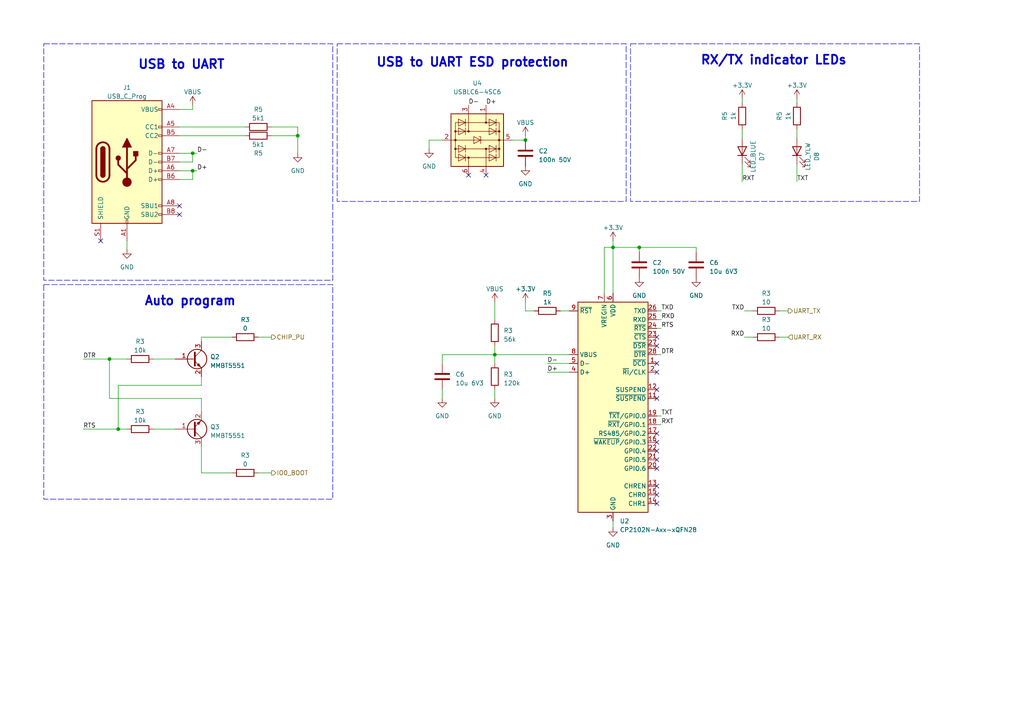
<source format=kicad_sch>
(kicad_sch (version 20230121) (generator eeschema)
  (paper "A4")
  (title_block (title "Dynamic propeller balancer") (date "2023-02-27") (rev "1") (company "V2"))
  (lib_symbols
    (symbol "Connector:USB_C_Receptacle_USB2.0" (pin_names (offset 1.016))
      (property "Reference" "J" (at -10.16 19.05 0))
      (property "Value" "USB_C_Receptacle_USB2.0" (at 19.05 19.05 0))
      (symbol "USB_C_Receptacle_USB2.0_0_0"
        (rectangle (start -0.254 -17.78) (end 0.254 -16.764))
        (rectangle (start 10.16 -14.986) (end 9.144 -15.494))
        (rectangle (start 10.16 -12.446) (end 9.144 -12.954))
        (rectangle (start 10.16 -4.826) (end 9.144 -5.334))
        (rectangle (start 10.16 -2.286) (end 9.144 -2.794))
        (rectangle (start 10.16 0.254) (end 9.144 -0.254))
        (rectangle (start 10.16 2.794) (end 9.144 2.286))
        (rectangle (start 10.16 7.874) (end 9.144 7.366))
        (rectangle (start 10.16 10.414) (end 9.144 9.906))
        (rectangle (start 10.16 15.494) (end 9.144 14.986))
      )
      (symbol "USB_C_Receptacle_USB2.0_0_1"
        (rectangle (start -10.16 17.78) (end 10.16 -17.78) (stroke (width 0.254)) (fill (type background)))
        (arc (start -8.89 -3.81) (mid -6.985 -5.7067) (end -5.08 -3.81) (stroke (width 0.508)))
        (arc (start -7.62 -3.81) (mid -6.985 -4.4423) (end -6.35 -3.81) (stroke (width 0.254)))
        (arc (start -7.62 -3.81) (mid -6.985 -4.4423) (end -6.35 -3.81) (stroke (width 0.254)) (fill (type outline)))
        (rectangle (start -7.62 -3.81) (end -6.35 3.81) (stroke (width 0.254)) (fill (type outline)))
        (arc (start -6.35 3.81) (mid -6.985 4.4423) (end -7.62 3.81) (stroke (width 0.254)))
        (arc (start -6.35 3.81) (mid -6.985 4.4423) (end -7.62 3.81) (stroke (width 0.254)) (fill (type outline)))
        (arc (start -5.08 3.81) (mid -6.985 5.7067) (end -8.89 3.81) (stroke (width 0.508)))
        (circle (center -2.54 1.143) (radius 0.635) (stroke (width 0.254)) (fill (type outline)))
        (circle (center 0 -5.842) (radius 1.27) (fill (type outline)))
        (polyline (pts (xy -8.89 -3.81) (xy -8.89 3.81)) (stroke (width 0.508)))
        (polyline (pts (xy -5.08 3.81) (xy -5.08 -3.81)) (stroke (width 0.508)))
        (polyline (pts (xy 0 -5.842) (xy 0 4.318)) (stroke (width 0.508)))
        (polyline (pts (xy 0 -3.302) (xy -2.54 -0.762) (xy -2.54 0.508)) (stroke (width 0.508)))
        (polyline (pts (xy 0 -2.032) (xy 2.54 0.508) (xy 2.54 1.778)) (stroke (width 0.508)))
        (polyline (pts (xy -1.27 4.318) (xy 0 6.858) (xy 1.27 4.318) (xy -1.27 4.318)) (stroke (width 0.254)) (fill (type outline)))
        (rectangle (start 1.905 1.778) (end 3.175 3.048) (stroke (width 0.254)) (fill (type outline)))
      )
      (symbol "USB_C_Receptacle_USB2.0_1_1"
        (pin passive line (at 0 -22.86 90) (length 5.08) (name "GND") (number "A1"))
        (pin passive line (at 0 -22.86 90) (length 5.08) hide (name "GND") (number "A12"))
        (pin passive line (at 15.24 15.24 180) (length 5.08) (name "VBUS") (number "A4"))
        (pin bidirectional line (at 15.24 10.16 180) (length 5.08) (name "CC1") (number "A5"))
        (pin bidirectional line (at 15.24 -2.54 180) (length 5.08) (name "D+") (number "A6"))
        (pin bidirectional line (at 15.24 2.54 180) (length 5.08) (name "D-") (number "A7"))
        (pin bidirectional line (at 15.24 -12.7 180) (length 5.08) (name "SBU1") (number "A8"))
        (pin passive line (at 15.24 15.24 180) (length 5.08) hide (name "VBUS") (number "A9"))
        (pin passive line (at 0 -22.86 90) (length 5.08) hide (name "GND") (number "B1"))
        (pin passive line (at 0 -22.86 90) (length 5.08) hide (name "GND") (number "B12"))
        (pin passive line (at 15.24 15.24 180) (length 5.08) hide (name "VBUS") (number "B4"))
        (pin bidirectional line (at 15.24 7.62 180) (length 5.08) (name "CC2") (number "B5"))
        (pin bidirectional line (at 15.24 -5.08 180) (length 5.08) (name "D+") (number "B6"))
        (pin bidirectional line (at 15.24 0 180) (length 5.08) (name "D-") (number "B7"))
        (pin bidirectional line (at 15.24 -15.24 180) (length 5.08) (name "SBU2") (number "B8"))
        (pin passive line (at 15.24 15.24 180) (length 5.08) hide (name "VBUS") (number "B9"))
        (pin passive line (at -7.62 -22.86 90) (length 5.08) (name "SHIELD") (number "S1"))
      )
    )
    (symbol "Device:C" (pin_numbers hide) (pin_names (offset 0.254))
      (property "Reference" "C" (at 0.635 2.54 0))
      (property "Value" "C" (at 0.635 -2.54 0))
      (symbol "C_0_1"
        (polyline (pts (xy -2.032 -0.762) (xy 2.032 -0.762)) (stroke (width 0.508)))
        (polyline (pts (xy -2.032 0.762) (xy 2.032 0.762)) (stroke (width 0.508)))
      )
      (symbol "C_1_1"
        (pin passive line (at 0 3.81 270) (length 2.794) (name "~") (number "1"))
        (pin passive line (at 0 -3.81 90) (length 2.794) (name "~") (number "2"))
      )
    )
    (symbol "Device:LED" (pin_numbers hide) (pin_names (offset 1.016) hide)
      (property "Reference" "D" (at 0 2.54 0))
      (property "Value" "LED" (at 0 -2.54 0))
      (symbol "LED_0_1"
        (polyline (pts (xy -1.27 -1.27) (xy -1.27 1.27)) (stroke (width 0.254)))
        (polyline (pts (xy -1.27 0) (xy 1.27 0)))
        (polyline (pts (xy 1.27 -1.27) (xy 1.27 1.27) (xy -1.27 0) (xy 1.27 -1.27)) (stroke (width 0.254)))
        (polyline (pts (xy -3.048 -0.762) (xy -4.572 -2.286) (xy -3.81 -2.286) (xy -4.572 -2.286) (xy -4.572 -1.524)))
        (polyline (pts (xy -1.778 -0.762) (xy -3.302 -2.286) (xy -2.54 -2.286) (xy -3.302 -2.286) (xy -3.302 -1.524)))
      )
      (symbol "LED_1_1"
        (pin passive line (at -3.81 0 0) (length 2.54) (name "K") (number "1"))
        (pin passive line (at 3.81 0 180) (length 2.54) (name "A") (number "2"))
      )
    )
    (symbol "Device:R" (pin_numbers hide) (pin_names (offset 0))
      (property "Reference" "R" (at 2.032 0 90))
      (property "Value" "R" (at 0 0 90))
      (symbol "R_0_1"
        (rectangle (start -1.016 -2.54) (end 1.016 2.54) (stroke (width 0.254)))
      )
      (symbol "R_1_1"
        (pin passive line (at 0 3.81 270) (length 1.27) (name "~") (number "1"))
        (pin passive line (at 0 -3.81 90) (length 1.27) (name "~") (number "2"))
      )
    )
    (symbol "Interface_USB:CP2102N-Axx-xQFN28"
      (property "Reference" "U" (at -8.89 31.75 0))
      (property "Value" "CP2102N-Axx-xQFN28" (at 12.7 31.75 0))
      (symbol "CP2102N-Axx-xQFN28_0_1"
        (rectangle (start -10.16 30.48) (end 10.16 -30.48) (stroke (width 0.254)) (fill (type background)))
      )
      (symbol "CP2102N-Axx-xQFN28_1_1"
        (pin input line (at 12.7 12.7 180) (length 2.54) (name "~{DCD}") (number "1"))
        (pin no_connect line (at -10.16 -27.94 0) (length 2.54) hide (name "NC") (number "10"))
        (pin output line (at 12.7 2.54 180) (length 2.54) (name "~{SUSPEND}") (number "11"))
        (pin output line (at 12.7 5.08 180) (length 2.54) (name "SUSPEND") (number "12"))
        (pin output line (at 12.7 -22.86 180) (length 2.54) (name "CHREN") (number "13"))
        (pin output line (at 12.7 -27.94 180) (length 2.54) (name "CHR1") (number "14"))
        (pin output line (at 12.7 -25.4 180) (length 2.54) (name "CHR0") (number "15"))
        (pin bidirectional line (at 12.7 -10.16 180) (length 2.54) (name "~{WAKEUP}/GPIO.3") (number "16"))
        (pin bidirectional line (at 12.7 -7.62 180) (length 2.54) (name "RS485/GPIO.2") (number "17"))
        (pin bidirectional line (at 12.7 -5.08 180) (length 2.54) (name "~{RXT}/GPIO.1") (number "18"))
        (pin bidirectional line (at 12.7 -2.54 180) (length 2.54) (name "~{TXT}/GPIO.0") (number "19"))
        (pin bidirectional line (at 12.7 10.16 180) (length 2.54) (name "~{RI}/CLK") (number "2"))
        (pin bidirectional line (at 12.7 -17.78 180) (length 2.54) (name "GPIO.6") (number "20"))
        (pin bidirectional line (at 12.7 -15.24 180) (length 2.54) (name "GPIO.5") (number "21"))
        (pin bidirectional line (at 12.7 -12.7 180) (length 2.54) (name "GPIO.4") (number "22"))
        (pin input line (at 12.7 20.32 180) (length 2.54) (name "~{CTS}") (number "23"))
        (pin output line (at 12.7 22.86 180) (length 2.54) (name "~{RTS}") (number "24"))
        (pin input line (at 12.7 25.4 180) (length 2.54) (name "RXD") (number "25"))
        (pin output line (at 12.7 27.94 180) (length 2.54) (name "TXD") (number "26"))
        (pin input line (at 12.7 17.78 180) (length 2.54) (name "~{DSR}") (number "27"))
        (pin output line (at 12.7 15.24 180) (length 2.54) (name "~{DTR}") (number "28"))
        (pin passive line (at 0 -33.02 90) (length 2.54) hide (name "GND") (number "29"))
        (pin power_in line (at 0 -33.02 90) (length 2.54) (name "GND") (number "3"))
        (pin bidirectional line (at -12.7 10.16 0) (length 2.54) (name "D+") (number "4"))
        (pin bidirectional line (at -12.7 12.7 0) (length 2.54) (name "D-") (number "5"))
        (pin power_in line (at 0 33.02 270) (length 2.54) (name "VDD") (number "6"))
        (pin power_in line (at -2.54 33.02 270) (length 2.54) (name "VREGIN") (number "7"))
        (pin input line (at -12.7 15.24 0) (length 2.54) (name "VBUS") (number "8"))
        (pin input line (at -12.7 27.94 0) (length 2.54) (name "~{RST}") (number "9"))
      )
    )
    (symbol "Power_Protection:USBLC6-4SC6" (pin_names hide)
      (property "Reference" "U" (at 2.54 8.89 0))
      (property "Value" "USBLC6-4SC6" (at 2.54 -8.89 0))
      (symbol "USBLC6-4SC6_0_1"
        (rectangle (start -7.62 -7.62) (end 7.62 7.62) (stroke (width 0.254)) (fill (type background)))
        (circle (center -5.08 2.54) (radius 0.254) (fill (type outline)))
        (circle (center -2.54 -6.35) (radius 0.254) (fill (type outline)))
        (circle (center -2.54 -2.54) (radius 0.254) (fill (type outline)))
        (circle (center -2.54 6.35) (radius 0.254) (fill (type outline)))
        (rectangle (start -2.54 6.35) (end 2.54 -6.35))
        (circle (center 0 -6.35) (radius 0.254) (fill (type outline)))
        (polyline (pts (xy -5.08 2.54) (xy -7.62 2.54)))
        (polyline (pts (xy -4.064 -3.429) (xy -6.096 -3.429)))
        (polyline (pts (xy -4.064 5.461) (xy -6.096 5.461)))
        (polyline (pts (xy -2.54 -2.54) (xy -7.62 -2.54)))
        (polyline (pts (xy -1.524 -3.429) (xy -3.556 -3.429)))
        (polyline (pts (xy -1.524 5.461) (xy -3.556 5.461)))
        (polyline (pts (xy 0 -7.62) (xy 0 -6.35)))
        (polyline (pts (xy 0 -6.35) (xy 0 1.27)))
        (polyline (pts (xy 0 1.27) (xy 0 6.35)))
        (polyline (pts (xy 0 6.35) (xy 0 7.62)))
        (polyline (pts (xy 1.524 -3.429) (xy 3.556 -3.429)))
        (polyline (pts (xy 1.524 5.461) (xy 3.556 5.461)))
        (polyline (pts (xy 2.54 2.54) (xy 7.62 2.54)))
        (polyline (pts (xy 4.064 -3.429) (xy 6.096 -3.429)))
        (polyline (pts (xy 4.064 5.461) (xy 6.096 5.461)))
        (polyline (pts (xy 5.08 -2.54) (xy 7.62 -2.54)))
        (polyline (pts (xy -6.096 -5.461) (xy -4.064 -5.461) (xy -5.08 -3.429) (xy -6.096 -5.461)))
        (polyline (pts (xy -6.096 3.429) (xy -4.064 3.429) (xy -5.08 5.461) (xy -6.096 3.429)))
        (polyline (pts (xy -3.556 -5.461) (xy -1.524 -5.461) (xy -2.54 -3.429) (xy -3.556 -5.461)))
        (polyline (pts (xy -3.556 3.429) (xy -1.524 3.429) (xy -2.54 5.461) (xy -3.556 3.429)))
        (polyline (pts (xy -2.54 6.35) (xy -5.08 6.35) (xy -5.08 -6.35) (xy -2.54 -6.35)))
        (polyline (pts (xy -1.016 -1.016) (xy 1.016 -1.016) (xy 0 1.016) (xy -1.016 -1.016)))
        (polyline (pts (xy 1.016 1.016) (xy 0.762 1.016) (xy -1.016 1.016) (xy -1.016 0.508)))
        (polyline (pts (xy 2.54 6.35) (xy 5.08 6.35) (xy 5.08 -6.35) (xy 2.54 -6.35)))
        (polyline (pts (xy 3.556 -5.461) (xy 1.524 -5.461) (xy 2.54 -3.429) (xy 3.556 -5.461)))
        (polyline (pts (xy 3.556 3.429) (xy 1.524 3.429) (xy 2.54 5.461) (xy 3.556 3.429)))
        (polyline (pts (xy 6.096 -5.461) (xy 4.064 -5.461) (xy 5.08 -3.429) (xy 6.096 -5.461)))
        (polyline (pts (xy 6.096 3.429) (xy 4.064 3.429) (xy 5.08 5.461) (xy 6.096 3.429)))
        (circle (center 0 6.35) (radius 0.254) (fill (type outline)))
        (circle (center 2.54 -6.35) (radius 0.254) (fill (type outline)))
        (circle (center 2.54 2.54) (radius 0.254) (fill (type outline)))
        (circle (center 2.54 6.35) (radius 0.254) (fill (type outline)))
        (circle (center 5.08 -2.54) (radius 0.254) (fill (type outline)))
      )
      (symbol "USBLC6-4SC6_1_1"
        (pin passive line (at -10.16 2.54 0) (length 2.54) (name "I/O1") (number "1"))
        (pin passive line (at 0 -10.16 90) (length 2.54) (name "GND") (number "2"))
        (pin passive line (at -10.16 -2.54 0) (length 2.54) (name "I/O2") (number "3"))
        (pin passive line (at 10.16 2.54 180) (length 2.54) (name "I/O3") (number "4"))
        (pin passive line (at 0 10.16 270) (length 2.54) (name "VBUS") (number "5"))
        (pin passive line (at 10.16 -2.54 180) (length 2.54) (name "I/O4") (number "6"))
      )
    )
    (symbol "Transistor_BJT:MMBTA42" (pin_names (offset 0) hide)
      (property "Reference" "Q" (at 5.08 1.905 0))
      (property "Value" "MMBTA42" (at 5.08 0 0))
      (symbol "MMBTA42_0_1"
        (polyline (pts (xy 0 0) (xy 0.635 0)))
        (polyline (pts (xy 0.635 0.635) (xy 2.54 2.54)))
        (polyline (pts (xy 0.635 -0.635) (xy 2.54 -2.54) (xy 2.54 -2.54)))
        (polyline (pts (xy 0.635 1.905) (xy 0.635 -1.905) (xy 0.635 -1.905)) (stroke (width 0.508)))
        (polyline (pts (xy 1.27 -1.778) (xy 1.778 -1.27) (xy 2.286 -2.286) (xy 1.27 -1.778) (xy 1.27 -1.778)) (fill (type outline)))
        (circle (center 1.27 0) (radius 2.8194) (stroke (width 0.254)))
      )
      (symbol "MMBTA42_1_1"
        (pin input line (at -5.08 0 0) (length 5.08) (name "B") (number "1"))
        (pin passive line (at 2.54 -5.08 90) (length 2.54) (name "E") (number "2"))
        (pin passive line (at 2.54 5.08 270) (length 2.54) (name "C") (number "3"))
      )
    )
    (symbol "power:+3.3V" (power) (pin_names (offset 0))
      (property "Value" "+3.3V" (at 0 3.556 0))
      (symbol "+3.3V_0_1"
        (polyline (pts (xy -0.762 1.27) (xy 0 2.54)))
        (polyline (pts (xy 0 0) (xy 0 2.54)))
        (polyline (pts (xy 0 2.54) (xy 0.762 1.27)))
      )
      (symbol "+3.3V_1_1"
        (pin power_in line (at 0 0 90) (length 0) hide (name "+3.3V") (number "1"))
      )
    )
    (symbol "power:GND" (power) (pin_names (offset 0))
      (property "Value" "GND" (at 0 -3.81 0))
      (symbol "GND_0_1"
        (polyline (pts (xy 0 0) (xy 0 -1.27) (xy 1.27 -1.27) (xy 0 -2.54) (xy -1.27 -1.27) (xy 0 -1.27)))
      )
      (symbol "GND_1_1"
        (pin power_in line (at 0 0 270) (length 0) hide (name "GND") (number "1"))
      )
    )
    (symbol "power:VBUS" (power) (pin_names (offset 0))
      (property "Value" "VBUS" (at 0 3.81 0))
      (symbol "VBUS_0_1"
        (polyline (pts (xy -0.762 1.27) (xy 0 2.54)))
        (polyline (pts (xy 0 0) (xy 0 2.54)))
        (polyline (pts (xy 0 2.54) (xy 0.762 1.27)))
      )
      (symbol "VBUS_1_1"
        (pin power_in line (at 0 0 90) (length 0) hide (name "VBUS") (number "1"))
      )
    )
  )
  (junction (at 34.29 124.46))
  (junction (at 143.51 102.87))
  (junction (at 55.88 49.53))
  (junction (at 86.36 39.37))
  (junction (at 177.8 71.755))
  (junction (at 31.75 104.14))
  (junction (at 185.42 71.755))
  (junction (at 55.88 44.45))
  (junction (at 152.4 40.64))
  (no_connect (at 52.07 62.23))
  (no_connect (at 190.5 135.89))
  (no_connect (at 135.89 50.8))
  (no_connect (at 190.5 115.57))
  (no_connect (at 190.5 130.81))
  (no_connect (at 190.5 140.97))
  (no_connect (at 190.5 133.35))
  (no_connect (at 190.5 128.27))
  (no_connect (at 190.5 146.05))
  (no_connect (at 190.5 100.33))
  (no_connect (at 190.5 113.03))
  (no_connect (at 52.07 59.69))
  (no_connect (at 190.5 105.41))
  (no_connect (at 140.97 50.8))
  (no_connect (at 190.5 97.79))
  (no_connect (at 190.5 125.73))
  (no_connect (at 190.5 107.95))
  (no_connect (at 190.5 143.51))
  (no_connect (at 29.21 69.85))
  (wire (pts (xy 124.46 40.64) (xy 128.27 40.64)))
  (wire (pts (xy 24.13 104.14) (xy 31.75 104.14)))
  (wire (pts (xy 177.8 71.755) (xy 177.8 85.09)))
  (wire (pts (xy 52.07 46.99) (xy 55.88 46.99)))
  (wire (pts (xy 67.31 97.79) (xy 58.42 97.79)))
  (wire (pts (xy 58.42 137.16) (xy 67.31 137.16)))
  (wire (pts (xy 201.93 73.025) (xy 201.93 71.755)))
  (wire (pts (xy 34.29 124.46) (xy 36.83 124.46)))
  (wire (pts (xy 191.77 120.65) (xy 190.5 120.65)))
  (wire (pts (xy 31.75 104.14) (xy 36.83 104.14)))
  (wire (pts (xy 175.26 71.755) (xy 177.8 71.755)))
  (wire (pts (xy 55.88 44.45) (xy 52.07 44.45)))
  (wire (pts (xy 58.42 109.22) (xy 58.42 111.76)))
  (wire (pts (xy 78.74 36.83) (xy 86.36 36.83)))
  (wire (pts (xy 55.88 30.48) (xy 55.88 31.75)))
  (wire (pts (xy 215.9 97.79) (xy 218.44 97.79)))
  (wire (pts (xy 58.42 97.79) (xy 58.42 99.06)))
  (wire (pts (xy 177.8 69.85) (xy 177.8 71.755)))
  (wire (pts (xy 231.14 28.575) (xy 231.14 29.845)))
  (wire (pts (xy 177.8 153.035) (xy 177.8 151.13)))
  (wire (pts (xy 52.07 52.07) (xy 55.88 52.07)))
  (wire (pts (xy 191.77 102.87) (xy 190.5 102.87)))
  (wire (pts (xy 71.12 36.83) (xy 52.07 36.83)))
  (wire (pts (xy 226.06 90.17) (xy 228.6 90.17)))
  (wire (pts (xy 36.83 72.39) (xy 36.83 69.85)))
  (wire (pts (xy 24.13 124.46) (xy 34.29 124.46)))
  (wire (pts (xy 231.14 52.705) (xy 231.14 47.625)))
  (wire (pts (xy 143.51 115.57) (xy 143.51 113.03)))
  (wire (pts (xy 215.265 28.575) (xy 215.265 29.845)))
  (wire (pts (xy 55.88 46.99) (xy 55.88 44.45)))
  (wire (pts (xy 128.27 115.57) (xy 128.27 113.03)))
  (wire (pts (xy 185.42 71.755) (xy 185.42 73.025)))
  (wire (pts (xy 215.265 52.705) (xy 215.265 47.625)))
  (wire (pts (xy 152.4 90.17) (xy 154.94 90.17)))
  (wire (pts (xy 226.06 97.79) (xy 228.6 97.79)))
  (wire (pts (xy 124.46 43.18) (xy 124.46 40.64)))
  (wire (pts (xy 86.36 36.83) (xy 86.36 39.37)))
  (wire (pts (xy 191.77 123.19) (xy 190.5 123.19)))
  (wire (pts (xy 162.56 90.17) (xy 165.1 90.17)))
  (wire (pts (xy 44.45 124.46) (xy 50.8 124.46)))
  (wire (pts (xy 31.75 115.57) (xy 31.75 104.14)))
  (wire (pts (xy 78.74 39.37) (xy 86.36 39.37)))
  (wire (pts (xy 78.74 137.16) (xy 74.93 137.16)))
  (wire (pts (xy 191.77 95.25) (xy 190.5 95.25)))
  (wire (pts (xy 44.45 104.14) (xy 50.8 104.14)))
  (wire (pts (xy 143.51 87.63) (xy 143.51 92.71)))
  (wire (pts (xy 158.75 105.41) (xy 165.1 105.41)))
  (wire (pts (xy 158.75 107.95) (xy 165.1 107.95)))
  (wire (pts (xy 86.36 39.37) (xy 86.36 44.45)))
  (wire (pts (xy 58.42 111.76) (xy 34.29 111.76)))
  (wire (pts (xy 152.4 39.37) (xy 152.4 40.64)))
  (wire (pts (xy 143.51 102.87) (xy 165.1 102.87)))
  (wire (pts (xy 185.42 71.755) (xy 177.8 71.755)))
  (wire (pts (xy 215.265 37.465) (xy 215.265 40.005)))
  (wire (pts (xy 57.15 49.53) (xy 55.88 49.53)))
  (wire (pts (xy 231.14 37.465) (xy 231.14 40.005)))
  (wire (pts (xy 148.59 40.64) (xy 152.4 40.64)))
  (wire (pts (xy 55.88 52.07) (xy 55.88 49.53)))
  (wire (pts (xy 128.27 102.87) (xy 143.51 102.87)))
  (wire (pts (xy 58.42 119.38) (xy 58.42 115.57)))
  (wire (pts (xy 58.42 115.57) (xy 31.75 115.57)))
  (wire (pts (xy 52.07 39.37) (xy 71.12 39.37)))
  (wire (pts (xy 58.42 129.54) (xy 58.42 137.16)))
  (wire (pts (xy 191.77 92.71) (xy 190.5 92.71)))
  (wire (pts (xy 128.27 105.41) (xy 128.27 102.87)))
  (wire (pts (xy 152.4 87.63) (xy 152.4 90.17)))
  (wire (pts (xy 143.51 105.41) (xy 143.51 102.87)))
  (wire (pts (xy 215.9 90.17) (xy 218.44 90.17)))
  (wire (pts (xy 191.77 90.17) (xy 190.5 90.17)))
  (wire (pts (xy 143.51 102.87) (xy 143.51 100.33)))
  (wire (pts (xy 57.15 44.45) (xy 55.88 44.45)))
  (wire (pts (xy 52.07 49.53) (xy 55.88 49.53)))
  (wire (pts (xy 34.29 111.76) (xy 34.29 124.46)))
  (wire (pts (xy 185.42 71.755) (xy 201.93 71.755)))
  (wire (pts (xy 55.88 31.75) (xy 52.07 31.75)))
  (wire (pts (xy 175.26 85.09) (xy 175.26 71.755)))
  (wire (pts (xy 78.74 97.79) (xy 74.93 97.79)))
  (rectangle (start 12.7 82.55) (end 96.52 144.78) (stroke (width 0) (type dash)))
  (rectangle (start 182.88 12.7) (end 266.7 58.42) (stroke (width 0) (type dash)))
  (rectangle (start 97.79 12.7) (end 181.61 58.42) (stroke (width 0) (type dash)))
  (rectangle (start 12.7 12.7) (end 96.52 81.28) (stroke (width 0) (type dash)))
  (text "Auto program" (at 68.58 88.9 0) (effects (font (size 2.5654 2.5654) (thickness 0.5131) bold) (justify right bottom)))
  (text "RX/TX indicator LEDs" (at 245.745 19.05 0) (effects (font (size 2.5654 2.5654) (thickness 0.5131) bold) (justify right bottom)))
  (text "USB to UART ESD protection" (at 165.1 19.685 0) (effects (font (size 2.5654 2.5654) (thickness 0.5131) bold) (justify right bottom)))
  (text "USB to UART " (at 67.31 20.32 0) (effects (font (size 2.5654 2.5654) (thickness 0.5131) bold) (justify right bottom)))
  (label "D+" (at 57.15 49.53 0))
  (label "RXD" (at 191.77 92.71 0))
  (label "TXT" (at 191.77 120.65 0))
  (label "RTS" (at 24.13 124.46 0))
  (label "D+" (at 140.97 30.48 0))
  (label "D+" (at 158.75 107.95 0))
  (label "D-" (at 57.15 44.45 0))
  (label "RXD" (at 215.9 97.79 180))
  (label "DTR" (at 191.77 102.87 0))
  (label "RXT" (at 191.77 123.19 0))
  (label "RXT" (at 215.265 52.705 0))
  (label "TXD" (at 215.9 90.17 180))
  (label "DTR" (at 24.13 104.14 0))
  (label "TXD" (at 191.77 90.17 0))
  (label "RTS" (at 191.77 95.25 0))
  (label "D-" (at 135.89 30.48 0))
  (label "D-" (at 158.75 105.41 0))
  (label "TXT" (at 231.14 52.705 0))
  (hierarchical_label "IO0_BOOT" (shape output) (at 78.74 137.16 0))
  (hierarchical_label "CHIP_PU" (shape output) (at 78.74 97.79 0))
  (hierarchical_label "UART_TX" (shape output) (at 228.6 90.17 0))
  (hierarchical_label "UART_RX" (shape input) (at 228.6 97.79 0))
  (symbol (lib_id "Device:C") (at 185.42 76.835 0) (unit 1)
    (property "Reference" "C2" (at 189.23 76.2 0) (effects (justify left)))
    (property "Value" "100n 50V" (at 189.23 78.74 0) (effects (justify left)))
    (property "Footprint" "Capacitor_SMD:C_01005_0402Metric" (effects hide))
    (property "LCSC" "C307331" (effects hide))
    (instances (project "DPB-PCB" (path "" (reference "C2") (unit 1)) (path "" (reference "C13") (unit 1)) (path "" (reference "C18") (unit 1))))
  )
  (symbol (lib_id "power:GND") (at 185.42 80.645 0) (unit 1)
    (property "Reference" "#PWR044" (effects hide))
    (property "Value" "GND" (at 185.42 85.725 0))
    (instances (project "DPB-PCB" (path "" (reference "#PWR044") (unit 1)) (path "" (reference "#PWR080") (unit 1))))
  )
  (symbol (lib_id "power:+3.3V") (at 231.14 28.575 0) (unit 1)
    (property "Reference" "#PWR013" (effects hide))
    (property "Value" "+3.3V" (at 231.14 24.765 0))
    (instances (project "DPB-PCB" (path "" (reference "#PWR013") (unit 1)) (path "" (reference "#PWR047") (unit 1)) (path "" (reference "#PWR083") (unit 1))))
  )
  (symbol (lib_id "Device:R") (at 215.265 33.655 180) (unit 1)
    (property "Reference" "R5" (at 210.185 33.655 90))
    (property "Value" "1k" (at 212.725 33.655 90))
    (property "Footprint" "Resistor_SMD:R_0402_1005Metric" (effects hide))
    (property "LCSC" "C11702" (effects hide))
    (instances (project "DPB-PCB" (path "" (reference "R5") (unit 1)) (path "" (reference "R30") (unit 1)) (path "" (reference "R34") (unit 1))))
  )
  (symbol (lib_id "power:VBUS") (at 55.88 30.48 0) (unit 1)
    (property "Reference" "#PWR033" (effects hide))
    (property "Value" "VBUS" (at 55.88 26.67 0))
    (instances (project "DPB-PCB" (path "" (reference "#PWR033") (unit 1)) (path "" (reference "#PWR073") (unit 1))))
  )
  (symbol (lib_id "Device:R") (at 143.51 96.52 0) (unit 1)
    (property "Reference" "R3" (at 146.05 95.885 0) (effects (justify left)))
    (property "Value" "56k" (at 146.05 98.425 0) (effects (justify left)))
    (property "Footprint" "Resistor_SMD:R_0402_1005Metric" (effects hide))
    (property "LCSC" "C25796" (effects hide))
    (instances (project "DPB-PCB" (path "" (reference "R3") (unit 1)) (path "" (reference "R27") (unit 1)) (path "" (reference "R31") (unit 1))))
  )
  (symbol (lib_id "Device:R") (at 222.25 97.79 90) (unit 1)
    (property "Reference" "R3" (at 222.25 92.71 90))
    (property "Value" "10" (at 222.25 95.25 90))
    (property "Footprint" "Resistor_SMD:R_0402_1005Metric" (effects hide))
    (property "LCSC" "C25077" (effects hide))
    (instances (project "DPB-PCB" (path "" (reference "R3") (unit 1)) (path "" (reference "R32") (unit 1)) (path "" (reference "R29") (unit 1))))
  )
  (symbol (lib_id "power:GND") (at 36.83 72.39 0) (unit 1)
    (property "Reference" "#PWR032" (effects hide))
    (property "Value" "GND" (at 36.83 77.47 0))
    (instances (project "DPB-PCB" (path "" (reference "#PWR032") (unit 1)) (path "" (reference "#PWR068") (unit 1))))
  )
  (symbol (lib_id "Transistor_BJT:MMBTA42") (at 55.88 104.14 0) (unit 1)
    (property "Reference" "Q2" (at 60.96 103.505 0) (effects (justify left)))
    (property "Value" "MMBT5551" (at 60.96 106.045 0) (effects (justify left)))
    (property "Footprint" "Package_TO_SOT_SMD:SOT-23" (effects hide))
    (property "Datasheet" "https://www.onsemi.com/pub/Collateral/MMBTA42LT1-D.PDF" (effects hide))
    (property "LCSC" "C2145" (effects hide))
    (instances (project "DPB-PCB" (path "" (reference "Q2") (unit 1)) (path "" (reference "Q1") (unit 1))))
  )
  (symbol (lib_id "power:GND") (at 128.27 115.57 0) (unit 1)
    (property "Reference" "#PWR036" (effects hide))
    (property "Value" "GND" (at 128.27 120.65 0))
    (instances (project "DPB-PCB" (path "" (reference "#PWR036") (unit 1)) (path "" (reference "#PWR072") (unit 1))))
  )
  (symbol (lib_id "Device:R") (at 222.25 90.17 90) (unit 1)
    (property "Reference" "R3" (at 222.25 85.09 90))
    (property "Value" "10" (at 222.25 87.63 90))
    (property "Footprint" "Resistor_SMD:R_0402_1005Metric" (effects hide))
    (property "LCSC" "C25077" (effects hide))
    (instances (project "DPB-PCB" (path "" (reference "R3") (unit 1)) (path "" (reference "R31") (unit 1)) (path "" (reference "R29") (unit 1))))
  )
  (symbol (lib_id "Power_Protection:USBLC6-4SC6") (at 138.43 40.64 270) (unit 1)
    (property "Reference" "U4" (at 138.43 24.13 90))
    (property "Value" "USBLC6-4SC6" (at 138.43 26.67 90))
    (property "Footprint" "Package_TO_SOT_SMD:SOT-23-6" (effects hide))
    (property "Datasheet" "https://www.st.com/resource/en/datasheet/usblc6-4.pdf" (effects hide))
    (property "LCSC" "C85364" (effects hide))
    (instances (project "DPB-PCB" (path "" (reference "U4") (unit 1)) (path "" (reference "U3") (unit 1))))
  )
  (symbol (lib_id "Device:R") (at 71.12 97.79 90) (unit 1)
    (property "Reference" "R3" (at 71.12 92.71 90))
    (property "Value" "0" (at 71.12 95.25 90))
    (property "Footprint" "Resistor_SMD:R_0402_1005Metric" (effects hide))
    (property "LCSC" "C17168" (effects hide))
    (instances (project "DPB-PCB" (path "" (reference "R3") (unit 1)) (path "" (reference "R23") (unit 1)) (path "" (reference "R29") (unit 1))))
  )
  (symbol (lib_id "Device:R") (at 74.93 39.37 90) (unit 1)
    (property "Reference" "R5" (at 74.93 44.45 90))
    (property "Value" "5k1" (at 74.93 41.91 90))
    (property "Footprint" "Resistor_SMD:R_0402_1005Metric" (effects hide))
    (property "LCSC" "C25905" (effects hide))
    (instances (project "DPB-PCB" (path "" (reference "R5") (unit 1)) (path "" (reference "R26") (unit 1)) (path "" (reference "R28") (unit 1))))
  )
  (symbol (lib_id "power:+3.3V") (at 177.8 69.85 0) (unit 1)
    (property "Reference" "#PWR013" (effects hide))
    (property "Value" "+3.3V" (at 177.8 66.04 0))
    (instances (project "DPB-PCB" (path "" (reference "#PWR013") (unit 1)) (path "" (reference "#PWR042") (unit 1)) (path "" (reference "#PWR078") (unit 1))))
  )
  (symbol (lib_id "Interface_USB:CP2102N-Axx-xQFN28") (at 177.8 118.11 0) (unit 1)
    (property "Reference" "U2" (at 179.7559 151.13 0) (effects (justify left)))
    (property "Value" "CP2102N-Axx-xQFN28" (at 179.7559 153.67 0) (effects (justify left)))
    (property "Footprint" "Package_DFN_QFN:QFN-28-1EP_5x5mm_P0.5mm_EP3.35x3.35mm" (effects hide))
    (property "Datasheet" "https://www.silabs.com/documents/public/data-sheets/cp2102n-datasheet.pdf" (effects hide))
    (property "LCSC" "C964632" (effects hide))
    (instances (project "DPB-PCB" (path "" (reference "U2") (unit 1)) (path "" (reference "U5") (unit 1)) (path "" (reference "U6") (unit 1))))
  )
  (symbol (lib_id "power:+3.3V") (at 215.265 28.575 0) (unit 1)
    (property "Reference" "#PWR013" (effects hide))
    (property "Value" "+3.3V" (at 215.265 24.765 0))
    (instances (project "DPB-PCB" (path "" (reference "#PWR013") (unit 1)) (path "" (reference "#PWR046") (unit 1)) (path "" (reference "#PWR082") (unit 1))))
  )
  (symbol (lib_id "Device:R") (at 143.51 109.22 0) (unit 1)
    (property "Reference" "R3" (at 146.05 108.585 0) (effects (justify left)))
    (property "Value" "120k" (at 146.05 111.125 0) (effects (justify left)))
    (property "Footprint" "Resistor_SMD:R_0402_1005Metric" (effects hide))
    (property "LCSC" "C25750" (effects hide))
    (instances (project "DPB-PCB" (path "" (reference "R3") (unit 1)) (path "" (reference "R28") (unit 1)) (path "" (reference "R32") (unit 1))))
  )
  (symbol (lib_id "power:GND") (at 177.8 153.035 0) (unit 1)
    (property "Reference" "#PWR043" (effects hide))
    (property "Value" "GND" (at 177.8 158.115 0))
    (instances (project "DPB-PCB" (path "" (reference "#PWR043") (unit 1)) (path "" (reference "#PWR079") (unit 1))))
  )
  (symbol (lib_id "Device:C") (at 128.27 109.22 0) (unit 1)
    (property "Reference" "C6" (at 132.08 108.585 0) (effects (justify left)))
    (property "Value" "10u 6V3" (at 132.08 111.125 0) (effects (justify left)))
    (property "Footprint" "Capacitor_SMD:C_0402_1005Metric" (effects hide))
    (property "LCSC" "C15525" (effects hide))
    (instances (project "DPB-PCB" (path "" (reference "C6") (unit 1)) (path "" (reference "C11") (unit 1)) (path "" (reference "C10") (unit 1))))
  )
  (symbol (lib_id "Device:R") (at 74.93 36.83 90) (unit 1)
    (property "Reference" "R5" (at 74.93 31.75 90))
    (property "Value" "5k1" (at 74.93 34.29 90))
    (property "Footprint" "Resistor_SMD:R_0402_1005Metric" (effects hide))
    (property "LCSC" "C25905" (effects hide))
    (instances (project "DPB-PCB" (path "" (reference "R5") (unit 1)) (path "" (reference "R25") (unit 1)) (path "" (reference "R27") (unit 1))))
  )
  (symbol (lib_id "power:GND") (at 201.93 80.645 0) (unit 1)
    (property "Reference" "#PWR045" (effects hide))
    (property "Value" "GND" (at 201.93 85.725 0))
    (instances (project "DPB-PCB" (path "" (reference "#PWR045") (unit 1)) (path "" (reference "#PWR081") (unit 1))))
  )
  (symbol (lib_id "Device:R") (at 40.64 104.14 90) (unit 1)
    (property "Reference" "R3" (at 40.64 99.06 90))
    (property "Value" "10k" (at 40.64 101.6 90))
    (property "Footprint" "Resistor_SMD:R_0402_1005Metric" (effects hide))
    (property "LCSC" "C25744" (effects hide))
    (instances (project "DPB-PCB" (path "" (reference "R3") (unit 1)) (path "" (reference "R21") (unit 1)) (path "" (reference "R25") (unit 1))))
  )
  (symbol (lib_id "power:GND") (at 152.4 48.26 0) (unit 1)
    (property "Reference" "#PWR040" (effects hide))
    (property "Value" "GND" (at 152.4 53.34 0))
    (instances (project "DPB-PCB" (path "" (reference "#PWR040") (unit 1)) (path "" (reference "#PWR076") (unit 1))))
  )
  (symbol (lib_id "Device:R") (at 40.64 124.46 90) (unit 1)
    (property "Reference" "R3" (at 40.64 119.38 90))
    (property "Value" "10k" (at 40.64 121.92 90))
    (property "Footprint" "Resistor_SMD:R_0402_1005Metric" (effects hide))
    (property "LCSC" "C25744" (effects hide))
    (instances (project "DPB-PCB" (path "" (reference "R3") (unit 1)) (path "" (reference "R22") (unit 1)) (path "" (reference "R26") (unit 1))))
  )
  (symbol (lib_id "power:GND") (at 124.46 43.18 0) (unit 1)
    (property "Reference" "#PWR035" (effects hide))
    (property "Value" "GND" (at 124.46 48.26 0))
    (instances (project "DPB-PCB" (path "" (reference "#PWR035") (unit 1)) (path "" (reference "#PWR071") (unit 1))))
  )
  (symbol (lib_id "Device:R") (at 158.75 90.17 90) (unit 1)
    (property "Reference" "R5" (at 158.75 85.09 90))
    (property "Value" "1k" (at 158.75 87.63 90))
    (property "Footprint" "Resistor_SMD:R_0402_1005Metric" (effects hide))
    (property "LCSC" "C11702" (effects hide))
    (instances (project "DPB-PCB" (path "" (reference "R5") (unit 1)) (path "" (reference "R29") (unit 1)) (path "" (reference "R33") (unit 1))))
  )
  (symbol (lib_id "Device:R") (at 71.12 137.16 90) (unit 1)
    (property "Reference" "R3" (at 71.12 132.08 90))
    (property "Value" "0" (at 71.12 134.62 90))
    (property "Footprint" "Resistor_SMD:R_0402_1005Metric" (effects hide))
    (property "LCSC" "C17168" (effects hide))
    (instances (project "DPB-PCB" (path "" (reference "R3") (unit 1)) (path "" (reference "R24") (unit 1)) (path "" (reference "R30") (unit 1))))
  )
  (symbol (lib_id "Connector:USB_C_Receptacle_USB2.0") (at 36.83 46.99 0) (unit 1)
    (property "Reference" "J1" (at 36.83 25.4 0))
    (property "Value" "USB_C_Prog" (at 36.83 27.94 0))
    (property "Footprint" "Connector_USB:USB_C_Receptacle_G-Switch_GT-USB-7010ASV" (effects hide))
    (property "Datasheet" "https://www.usb.org/sites/default/files/documents/usb_type-c.zip" (effects hide))
    (property "LCSC" "C2927038" (effects hide))
  )
  (symbol (lib_id "power:VBUS") (at 152.4 39.37 0) (unit 1)
    (property "Reference" "#PWR039" (effects hide))
    (property "Value" "VBUS" (at 152.4 35.56 0))
    (instances (project "DPB-PCB" (path "" (reference "#PWR039") (unit 1)) (path "" (reference "#PWR075") (unit 1))))
  )
  (symbol (lib_id "Device:LED") (at 215.265 43.815 90) (unit 1)
    (property "Reference" "D7" (at 220.98 45.4025 0))
    (property "Value" "LED_BLUE" (at 218.44 45.4025 0))
    (property "Footprint" "LED_SMD:LED_0603_1608Metric" (effects hide))
    (property "LCSC" "C72041" (effects hide))
    (instances (project "DPB-PCB" (path "" (reference "D7") (unit 1)) (path "" (reference "D10") (unit 1))))
  )
  (symbol (lib_id "power:VBUS") (at 143.51 87.63 0) (unit 1)
    (property "Reference" "#PWR037" (effects hide))
    (property "Value" "VBUS" (at 143.51 83.82 0))
    (instances (project "DPB-PCB" (path "" (reference "#PWR037") (unit 1)) (path "" (reference "#PWR073") (unit 1))))
  )
  (symbol (lib_id "power:+3.3V") (at 152.4 87.63 0) (unit 1)
    (property "Reference" "#PWR013" (effects hide))
    (property "Value" "+3.3V" (at 152.4 83.82 0))
    (instances (project "DPB-PCB" (path "" (reference "#PWR013") (unit 1)) (path "" (reference "#PWR041") (unit 1)) (path "" (reference "#PWR077") (unit 1))))
  )
  (symbol (lib_id "power:GND") (at 86.36 44.45 0) (unit 1)
    (property "Reference" "#PWR034" (effects hide))
    (property "Value" "GND" (at 86.36 49.53 0))
    (instances (project "DPB-PCB" (path "" (reference "#PWR034") (unit 1)) (path "" (reference "#PWR070") (unit 1))))
  )
  (symbol (lib_id "Device:R") (at 231.14 33.655 180) (unit 1)
    (property "Reference" "R5" (at 226.06 33.655 90))
    (property "Value" "1k" (at 228.6 33.655 90))
    (property "Footprint" "Resistor_SMD:R_0402_1005Metric" (effects hide))
    (property "LCSC" "C11702" (effects hide))
    (instances (project "DPB-PCB" (path "" (reference "R5") (unit 1)) (path "" (reference "R33") (unit 1)) (path "" (reference "R35") (unit 1))))
  )
  (symbol (lib_id "Device:LED") (at 231.14 43.815 90) (unit 1)
    (property "Reference" "D8" (at 236.855 45.4025 0))
    (property "Value" "LED_YLW" (at 234.315 45.4025 0))
    (property "Footprint" "LED_SMD:LED_0603_1608Metric" (effects hide))
    (property "LCSC" "C72038" (effects hide))
    (instances (project "DPB-PCB" (path "" (reference "D8") (unit 1)) (path "" (reference "D11") (unit 1))))
  )
  (symbol (lib_id "power:GND") (at 143.51 115.57 0) (unit 1)
    (property "Reference" "#PWR038" (effects hide))
    (property "Value" "GND" (at 143.51 120.65 0))
    (instances (project "DPB-PCB" (path "" (reference "#PWR038") (unit 1)) (path "" (reference "#PWR074") (unit 1))))
  )
  (symbol (lib_id "Device:C") (at 152.4 44.45 0) (unit 1)
    (property "Reference" "C2" (at 156.21 43.815 0) (effects (justify left)))
    (property "Value" "100n 50V" (at 156.21 46.355 0) (effects (justify left)))
    (property "Footprint" "Capacitor_SMD:C_01005_0402Metric" (effects hide))
    (property "LCSC" "C307331" (effects hide))
    (instances (project "DPB-PCB" (path "" (reference "C2") (unit 1)) (path "" (reference "C12") (unit 1)) (path "" (reference "C17") (unit 1))))
  )
  (symbol (lib_id "Transistor_BJT:MMBTA42") (at 55.88 124.46 0) (mirror x) (unit 1)
    (property "Reference" "Q3" (at 60.96 123.825 0) (effects (justify left)))
    (property "Value" "MMBT5551" (at 60.96 126.365 0) (effects (justify left)))
    (property "Footprint" "Package_TO_SOT_SMD:SOT-23" (effects hide))
    (property "Datasheet" "https://www.onsemi.com/pub/Collateral/MMBTA42LT1-D.PDF" (effects hide))
    (property "LCSC" "C2145" (effects hide))
    (instances (project "DPB-PCB" (path "" (reference "Q3") (unit 1)) (path "" (reference "Q5") (unit 1))))
  )
  (symbol (lib_id "Device:C") (at 201.93 76.835 0) (unit 1)
    (property "Reference" "C6" (at 205.74 76.2 0) (effects (justify left)))
    (property "Value" "10u 6V3" (at 205.74 78.74 0) (effects (justify left)))
    (property "Footprint" "Capacitor_SMD:C_0402_1005Metric" (effects hide))
    (property "LCSC" "C15525" (effects hide))
    (instances (project "DPB-PCB" (path "" (reference "C6") (unit 1)) (path "" (reference "C14") (unit 1)) (path "" (reference "C19") (unit 1))))
  )
)
</source>
